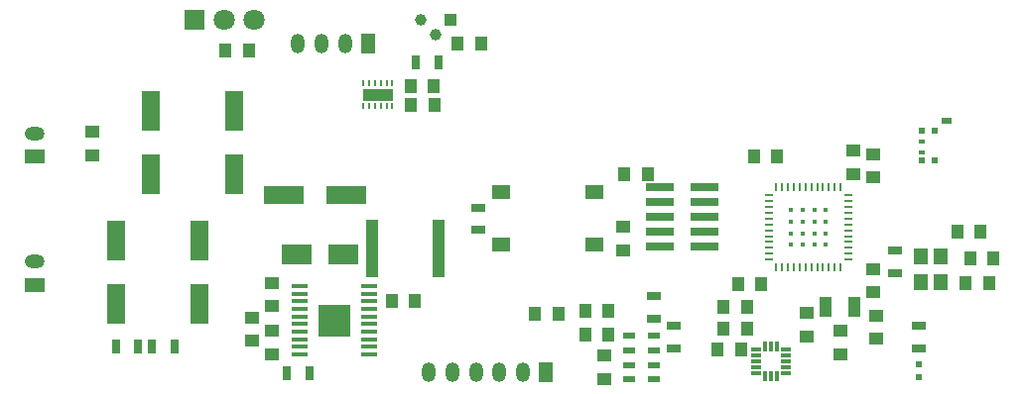
<source format=gbr>
G04 #@! TF.FileFunction,Soldermask,Top*
%FSLAX46Y46*%
G04 Gerber Fmt 4.6, Leading zero omitted, Abs format (unit mm)*
G04 Created by KiCad (PCBNEW 4.0.7) date 11/11/17 16:51:54*
%MOMM*%
%LPD*%
G01*
G04 APERTURE LIST*
%ADD10C,0.100000*%
%ADD11R,1.200000X1.700000*%
%ADD12O,1.200000X1.700000*%
%ADD13R,0.900000X0.500000*%
%ADD14R,1.700000X1.200000*%
%ADD15O,1.700000X1.200000*%
%ADD16R,1.250000X1.000000*%
%ADD17R,1.000000X1.250000*%
%ADD18R,1.600000X3.500000*%
%ADD19R,3.500000X1.600000*%
%ADD20R,2.500000X1.800000*%
%ADD21R,0.500000X0.600000*%
%ADD22R,2.400000X0.760000*%
%ADD23R,1.800000X1.800000*%
%ADD24C,1.800000*%
%ADD25R,1.000000X5.000000*%
%ADD26R,0.700000X1.300000*%
%ADD27R,1.300000X0.700000*%
%ADD28R,1.550000X1.300000*%
%ADD29R,0.410000X0.410000*%
%ADD30R,0.700000X0.250000*%
%ADD31R,0.250000X0.700000*%
%ADD32C,1.000000*%
%ADD33R,1.000000X1.000000*%
%ADD34R,0.305000X0.813000*%
%ADD35R,0.813000X0.305000*%
%ADD36R,1.050000X0.550000*%
%ADD37R,1.450000X0.450000*%
%ADD38R,2.740000X2.740000*%
%ADD39R,0.250000X0.500000*%
%ADD40R,2.650000X1.000000*%
%ADD41R,1.000000X1.800000*%
%ADD42R,1.200000X1.400000*%
%ADD43R,0.600000X0.500000*%
%ADD44R,0.600000X0.400000*%
G04 APERTURE END LIST*
D10*
D11*
X114400000Y-74400000D03*
D12*
X112400000Y-74400000D03*
X110400000Y-74400000D03*
X108400000Y-74400000D03*
D13*
X163700000Y-81050000D03*
D14*
X85900000Y-95100000D03*
D15*
X85900000Y-93100000D03*
D16*
X151800000Y-99500000D03*
X151800000Y-97500000D03*
D17*
X147300000Y-84100000D03*
X149300000Y-84100000D03*
D16*
X157500000Y-95700000D03*
X157500000Y-93700000D03*
X155800000Y-83600000D03*
X155800000Y-85600000D03*
D17*
X122000000Y-74400000D03*
X124000000Y-74400000D03*
D16*
X157500000Y-83900000D03*
X157500000Y-85900000D03*
D17*
X145950000Y-95000000D03*
X147950000Y-95000000D03*
X146700000Y-96950000D03*
X144700000Y-96950000D03*
X134900000Y-99300000D03*
X132900000Y-99300000D03*
X134900000Y-97300000D03*
X132900000Y-97300000D03*
D16*
X134500000Y-101100000D03*
X134500000Y-103100000D03*
D17*
X138250000Y-85600000D03*
X136250000Y-85600000D03*
D16*
X136100000Y-92100000D03*
X136100000Y-90100000D03*
D17*
X146700000Y-98850000D03*
X144700000Y-98850000D03*
X146200000Y-100625000D03*
X144200000Y-100625000D03*
D16*
X104450000Y-97850000D03*
X104450000Y-99850000D03*
X106150000Y-99000000D03*
X106150000Y-101000000D03*
D18*
X100000000Y-96700000D03*
X100000000Y-91300000D03*
D19*
X112550000Y-87400000D03*
X107150000Y-87400000D03*
D16*
X106200000Y-94900000D03*
X106200000Y-96900000D03*
D18*
X102950000Y-85600000D03*
X102950000Y-80200000D03*
D17*
X116400000Y-96450000D03*
X118400000Y-96450000D03*
D18*
X95800000Y-85600000D03*
X95800000Y-80200000D03*
X92850000Y-96700000D03*
X92850000Y-91300000D03*
D16*
X90850000Y-84000000D03*
X90850000Y-82000000D03*
D17*
X167350000Y-94950000D03*
X165350000Y-94950000D03*
X167750000Y-92800000D03*
X165750000Y-92800000D03*
D16*
X157700000Y-99700000D03*
X157700000Y-97700000D03*
X154700000Y-101000000D03*
X154700000Y-99000000D03*
D17*
X120050000Y-79700000D03*
X118050000Y-79700000D03*
X120000000Y-78050000D03*
X118000000Y-78050000D03*
X102200000Y-75000000D03*
X104200000Y-75000000D03*
X166650000Y-90500000D03*
X164650000Y-90500000D03*
X130600000Y-97550000D03*
X128600000Y-97550000D03*
D20*
X108300000Y-92500000D03*
X112300000Y-92500000D03*
D21*
X161350000Y-102950000D03*
X161350000Y-101850000D03*
D22*
X143085000Y-91765000D03*
X143085000Y-90495000D03*
X143085000Y-89225000D03*
X139275000Y-91765000D03*
X139275000Y-90495000D03*
X139275000Y-89225000D03*
X143085000Y-87955000D03*
X139275000Y-87955000D03*
X143085000Y-86685000D03*
X139275000Y-86685000D03*
D11*
X129575000Y-102550000D03*
D12*
X127575000Y-102550000D03*
X125575000Y-102550000D03*
X123575000Y-102550000D03*
X121575000Y-102550000D03*
X119575000Y-102550000D03*
D23*
X99600000Y-72400000D03*
D24*
X104680000Y-72400000D03*
X102140000Y-72400000D03*
D25*
X120350000Y-91950000D03*
X114750000Y-91950000D03*
D26*
X120350000Y-76000000D03*
X118450000Y-76000000D03*
D27*
X140450000Y-98600000D03*
X140450000Y-100500000D03*
X138750000Y-97950000D03*
X138750000Y-96050000D03*
X123800000Y-88450000D03*
X123800000Y-90350000D03*
D26*
X109350000Y-102600000D03*
X107450000Y-102600000D03*
D27*
X161350000Y-100475000D03*
X161350000Y-98575000D03*
D28*
X125725000Y-87150000D03*
X133675000Y-87150000D03*
X125725000Y-91650000D03*
X133675000Y-91650000D03*
D29*
X153450000Y-89650000D03*
X152450000Y-89650000D03*
X151450000Y-89650000D03*
X150450000Y-89650000D03*
X153450000Y-88650000D03*
X152450000Y-88650000D03*
D30*
X148550000Y-87400000D03*
X148550000Y-87900000D03*
X148550000Y-88400000D03*
X148550000Y-88900000D03*
X148550000Y-89400000D03*
X148550000Y-89900000D03*
X148550000Y-90400000D03*
X148550000Y-90900000D03*
X148550000Y-91400000D03*
X148550000Y-91900000D03*
X148550000Y-92400000D03*
X148550000Y-92900000D03*
D31*
X149200000Y-93550000D03*
X149700000Y-93550000D03*
X150200000Y-93550000D03*
X150700000Y-93550000D03*
X151200000Y-93550000D03*
X151700000Y-93550000D03*
X152200000Y-93550000D03*
X152700000Y-93550000D03*
X153200000Y-93550000D03*
X153700000Y-93550000D03*
X154200000Y-93550000D03*
X154700000Y-93550000D03*
D30*
X155350000Y-92900000D03*
X155350000Y-92400000D03*
X155350000Y-91900000D03*
X155350000Y-91400000D03*
X155350000Y-90900000D03*
X155350000Y-90400000D03*
X155350000Y-89900000D03*
X155350000Y-89400000D03*
X155350000Y-88900000D03*
X155350000Y-88400000D03*
X155350000Y-87900000D03*
X155350000Y-87400000D03*
D31*
X154700000Y-86750000D03*
X154200000Y-86750000D03*
X153700000Y-86750000D03*
X153200000Y-86750000D03*
X152700000Y-86750000D03*
X152200000Y-86750000D03*
X151700000Y-86750000D03*
X151200000Y-86750000D03*
X150700000Y-86750000D03*
X150200000Y-86750000D03*
X149700000Y-86750000D03*
X149200000Y-86750000D03*
D29*
X151450000Y-88650000D03*
X150450000Y-88650000D03*
X150450000Y-90650000D03*
X150450000Y-91650000D03*
X151450000Y-90650000D03*
X152450000Y-90650000D03*
X153450000Y-90650000D03*
X151450000Y-91650000D03*
X152450000Y-91650000D03*
X153450000Y-91650000D03*
D32*
X120130000Y-73670000D03*
X118860000Y-72400000D03*
D33*
X121400000Y-72400000D03*
D34*
X148250000Y-102875000D03*
D35*
X147475000Y-100600000D03*
X150025000Y-100600000D03*
D34*
X148250000Y-100325000D03*
X148750000Y-100325000D03*
X149250000Y-100325000D03*
D35*
X150025000Y-101100000D03*
X150025000Y-101600000D03*
X150025000Y-102100000D03*
X150025000Y-102600000D03*
X147475000Y-101100000D03*
X147475000Y-101600000D03*
X147475000Y-102100000D03*
X147475000Y-102600000D03*
D34*
X148750000Y-102875000D03*
X149250000Y-102875000D03*
D36*
X138725000Y-99425000D03*
X136675000Y-99425000D03*
X136675000Y-100675000D03*
X136675000Y-101925000D03*
X136675000Y-103175000D03*
X138725000Y-100675000D03*
X138725000Y-101925000D03*
X138725000Y-103175000D03*
D37*
X108550000Y-95175000D03*
X108550000Y-95825000D03*
X108550000Y-96475000D03*
X108550000Y-97125000D03*
X108550000Y-97775000D03*
X108550000Y-98425000D03*
X108550000Y-99075000D03*
X108550000Y-99725000D03*
X108550000Y-100375000D03*
X108550000Y-101025000D03*
X114450000Y-101025000D03*
X114450000Y-100375000D03*
X114450000Y-99725000D03*
X114450000Y-99075000D03*
X114450000Y-98425000D03*
X114450000Y-97775000D03*
X114450000Y-97125000D03*
X114450000Y-96475000D03*
X114450000Y-95825000D03*
X114450000Y-95175000D03*
D38*
X111500000Y-98100000D03*
D39*
X116450000Y-77850000D03*
X115950000Y-77850000D03*
X115450000Y-77850000D03*
X114950000Y-77850000D03*
X114450000Y-77850000D03*
X113950000Y-77850000D03*
X113950000Y-79750000D03*
X114450000Y-79750000D03*
X114950000Y-79750000D03*
X115450000Y-79750000D03*
X115950000Y-79750000D03*
X116450000Y-79750000D03*
D40*
X115200000Y-78800000D03*
D41*
X155900000Y-96950000D03*
X153400000Y-96950000D03*
D42*
X163200000Y-94850000D03*
X163200000Y-92650000D03*
X161500000Y-92650000D03*
X161500000Y-94850000D03*
D14*
X85900000Y-84100000D03*
D15*
X85900000Y-82100000D03*
D26*
X92850000Y-100350000D03*
X94750000Y-100350000D03*
X95950000Y-100350000D03*
X97850000Y-100350000D03*
D27*
X159350000Y-94050000D03*
X159350000Y-92150000D03*
D43*
X162700000Y-81900000D03*
X161600000Y-81900000D03*
D44*
X161600000Y-82850000D03*
X161600000Y-83750000D03*
D43*
X162700000Y-84450000D03*
X161600000Y-84450000D03*
M02*

</source>
